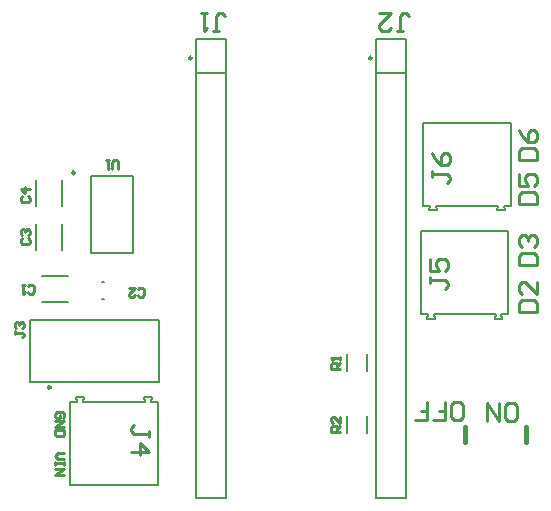
<source format=gto>
G04*
G04 #@! TF.GenerationSoftware,Altium Limited,Altium Designer,25.6.2 (33)*
G04*
G04 Layer_Color=65535*
%FSLAX44Y44*%
%MOMM*%
G71*
G04*
G04 #@! TF.SameCoordinates,E10141E4-A060-4BB7-8850-C9F2C3C4F881*
G04*
G04*
G04 #@! TF.FilePolarity,Positive*
G04*
G01*
G75*
%ADD10C,0.2500*%
%ADD11C,0.2000*%
%ADD12C,0.4000*%
%ADD13C,0.2540*%
D10*
X1204220Y999490D02*
G03*
X1204220Y999490I-1250J0D01*
G01*
X1051820D02*
G03*
X1051820Y999490I-1250J0D01*
G01*
X932360Y720840D02*
G03*
X932360Y720840I-1250J0D01*
G01*
X952550Y902410D02*
G03*
X952550Y902410I-1250J0D01*
G01*
D11*
X1233170Y627390D02*
Y1015990D01*
X1207770Y627390D02*
X1233170D01*
X1207770D02*
Y1015990D01*
X1233170D01*
X1207770Y986790D02*
X1233170D01*
X1080770Y627390D02*
Y1015990D01*
X1055370Y627390D02*
X1080770D01*
X1055370D02*
Y1015990D01*
X1080770D01*
X1055370Y986790D02*
X1080770D01*
X1247780Y874600D02*
Y944600D01*
X1321780Y874600D02*
Y944600D01*
X1247780D02*
X1321780D01*
X1310230Y870600D02*
X1316730D01*
X1315980Y874600D02*
X1316730Y870600D01*
X1310230D02*
X1310980Y874600D01*
X1315980D02*
X1321780D01*
X1258580D02*
X1259330Y870600D01*
X1252830D02*
X1253580Y874600D01*
X1252830Y870600D02*
X1259330D01*
X1247780Y874600D02*
X1253580D01*
X1258580D02*
X1310980D01*
X1022980Y638380D02*
Y708380D01*
X948980Y638380D02*
Y708380D01*
Y638380D02*
X1022980D01*
X954030Y712380D02*
X960530D01*
X954030D02*
X954780Y708380D01*
X959780D02*
X960530Y712380D01*
X948980Y708380D02*
X954780D01*
X1011430Y712380D02*
X1012180Y708380D01*
X1017180D02*
X1017930Y712380D01*
X1011430D02*
X1017930D01*
X1017180Y708380D02*
X1022980D01*
X959780D02*
X1012180D01*
X914460Y725690D02*
Y777990D01*
Y725690D02*
X1023560D01*
Y777990D01*
X914460D02*
X1023560D01*
X1245700Y782880D02*
Y852880D01*
X1319700Y782880D02*
Y852880D01*
X1245700D02*
X1319700D01*
X1308150Y778880D02*
X1314650D01*
X1313900Y782880D02*
X1314650Y778880D01*
X1308150D02*
X1308900Y782880D01*
X1313900D02*
X1319700D01*
X1256500D02*
X1257250Y778880D01*
X1250750D02*
X1251500Y782880D01*
X1250750Y778880D02*
X1257250D01*
X1245700Y782880D02*
X1251500D01*
X1256500D02*
X1308900D01*
X1199760Y734430D02*
Y748930D01*
X1182760Y734430D02*
Y748930D01*
Y682360D02*
Y696860D01*
X1199760Y682360D02*
Y696860D01*
X975880Y795390D02*
X977380D01*
X975880Y809890D02*
X977380D01*
X966725Y899935D02*
X1001775D01*
Y834885D02*
Y899935D01*
X966725Y834885D02*
X1001775D01*
X966725D02*
Y899935D01*
X924990Y793160D02*
X946990D01*
X925043Y814737D02*
X947043D01*
X941660Y874190D02*
Y896190D01*
X920083Y874243D02*
Y896243D01*
X941660Y837360D02*
Y859360D01*
X920083Y837413D02*
Y859413D01*
D12*
X1282610Y674470D02*
Y686970D01*
X1334680Y674470D02*
Y686970D01*
D13*
X1319532Y692155D02*
X1324611D01*
X1327150Y694694D01*
Y704851D01*
X1324611Y707390D01*
X1319532D01*
X1316993Y704851D01*
Y694694D01*
X1319532Y692155D01*
X1311915Y707390D02*
Y692155D01*
X1301758Y707390D01*
Y692155D01*
X1273812Y693425D02*
X1278891D01*
X1281430Y695964D01*
Y706121D01*
X1278891Y708660D01*
X1273812D01*
X1271273Y706121D01*
Y695964D01*
X1273812Y693425D01*
X1256038D02*
X1266195D01*
Y701042D01*
X1261117D01*
X1266195D01*
Y708660D01*
X1240803Y693425D02*
X1250960D01*
Y701042D01*
X1245882D01*
X1250960D01*
Y708660D01*
X1225549Y1022352D02*
X1230628D01*
X1228088D01*
Y1035048D01*
X1230628Y1037588D01*
X1233167D01*
X1235706Y1035048D01*
X1210314Y1037588D02*
X1220471D01*
X1210314Y1027431D01*
Y1024892D01*
X1212853Y1022352D01*
X1217932D01*
X1220471Y1024892D01*
X1069340Y1022352D02*
X1074418D01*
X1071879D01*
Y1035048D01*
X1074418Y1037588D01*
X1076957D01*
X1079497Y1035048D01*
X1064262Y1037588D02*
X1059183D01*
X1061722D01*
Y1022352D01*
X1064262Y1024892D01*
X942338Y694692D02*
X943607Y695961D01*
Y698500D01*
X942338Y699770D01*
X937260D01*
X935990Y698500D01*
Y695961D01*
X937260Y694692D01*
X939799D01*
Y697231D01*
X935990Y692152D02*
X943607D01*
X935990Y687074D01*
X943607D01*
Y684535D02*
X935990D01*
Y680726D01*
X937260Y679457D01*
X942338D01*
X943607Y680726D01*
Y684535D01*
Y665480D02*
X938529D01*
X935990Y662941D01*
X938529Y660402D01*
X943607D01*
Y657862D02*
Y655323D01*
Y656593D01*
X935990D01*
Y657862D01*
Y655323D01*
Y651515D02*
X943607D01*
X935990Y646436D01*
X943607D01*
X1328425Y913130D02*
X1343660D01*
Y920748D01*
X1341121Y923287D01*
X1330964D01*
X1328425Y920748D01*
Y913130D01*
Y938522D02*
X1330964Y933443D01*
X1336042Y928365D01*
X1341121D01*
X1343660Y930904D01*
Y935983D01*
X1341121Y938522D01*
X1338582D01*
X1336042Y935983D01*
Y928365D01*
X1328425Y876300D02*
X1343660D01*
Y883917D01*
X1341121Y886457D01*
X1330964D01*
X1328425Y883917D01*
Y876300D01*
Y901692D02*
Y891535D01*
X1336042D01*
X1333503Y896613D01*
Y899153D01*
X1336042Y901692D01*
X1341121D01*
X1343660Y899153D01*
Y894074D01*
X1341121Y891535D01*
X1254762Y904241D02*
Y899163D01*
Y901702D01*
X1267458D01*
X1269997Y899163D01*
Y896623D01*
X1267458Y894084D01*
X1254762Y919476D02*
X1257302Y914398D01*
X1262380Y909319D01*
X1267458D01*
X1269997Y911858D01*
Y916937D01*
X1267458Y919476D01*
X1264919D01*
X1262380Y916937D01*
Y909319D01*
X1015188Y678459D02*
Y683538D01*
Y680998D01*
X1002492D01*
X999952Y683538D01*
Y686077D01*
X1002492Y688616D01*
X999952Y665763D02*
X1015188D01*
X1007570Y673381D01*
Y663224D01*
X901701Y768350D02*
Y765811D01*
Y767081D01*
X908049D01*
X909319Y765811D01*
Y764542D01*
X908049Y763272D01*
X902971Y770890D02*
X901701Y772159D01*
Y774698D01*
X902971Y775968D01*
X904240D01*
X905510Y774698D01*
Y773429D01*
Y774698D01*
X906780Y775968D01*
X908049D01*
X909319Y774698D01*
Y772159D01*
X908049Y770890D01*
X1328425Y824230D02*
X1343660D01*
Y831848D01*
X1341121Y834387D01*
X1330964D01*
X1328425Y831848D01*
Y824230D01*
X1330964Y839465D02*
X1328425Y842004D01*
Y847083D01*
X1330964Y849622D01*
X1333503D01*
X1336042Y847083D01*
Y844543D01*
Y847083D01*
X1338582Y849622D01*
X1341121D01*
X1343660Y847083D01*
Y842004D01*
X1341121Y839465D01*
X1328425Y784860D02*
X1343660D01*
Y792477D01*
X1341121Y795017D01*
X1330964D01*
X1328425Y792477D01*
Y784860D01*
X1343660Y810252D02*
Y800095D01*
X1333503Y810252D01*
X1330964D01*
X1328425Y807713D01*
Y802634D01*
X1330964Y800095D01*
X1253493Y814071D02*
Y808992D01*
Y811532D01*
X1266188D01*
X1268727Y808992D01*
Y806453D01*
X1266188Y803914D01*
X1253493Y829306D02*
Y819149D01*
X1261110D01*
X1258571Y824228D01*
Y826767D01*
X1261110Y829306D01*
X1266188D01*
X1268727Y826767D01*
Y821688D01*
X1266188Y819149D01*
X1177289Y736602D02*
X1169671D01*
Y740410D01*
X1170941Y741680D01*
X1173480D01*
X1174750Y740410D01*
Y736602D01*
Y739141D02*
X1177289Y741680D01*
Y744219D02*
Y746758D01*
Y745489D01*
X1169671D01*
X1170941Y744219D01*
X1177289Y683262D02*
X1169671D01*
Y687071D01*
X1170941Y688340D01*
X1173480D01*
X1174750Y687071D01*
Y683262D01*
Y685801D02*
X1177289Y688340D01*
Y695958D02*
Y690880D01*
X1172210Y695958D01*
X1170941D01*
X1169671Y694688D01*
Y692149D01*
X1170941Y690880D01*
X1005839Y798831D02*
X1007109Y797561D01*
X1009648D01*
X1010918Y798831D01*
Y803909D01*
X1009648Y805179D01*
X1007109D01*
X1005839Y803909D01*
X998222Y805179D02*
X1003300D01*
X998222Y800100D01*
Y798831D01*
X999492Y797561D01*
X1002031D01*
X1003300Y798831D01*
X989328Y905511D02*
Y911859D01*
X988059Y913129D01*
X985520D01*
X984250Y911859D01*
Y905511D01*
X981711Y913129D02*
X979172D01*
X980441D01*
Y905511D01*
X981711Y906781D01*
X913010Y801371D02*
X914280Y800101D01*
X916819D01*
X918088Y801371D01*
Y806449D01*
X916819Y807719D01*
X914280D01*
X913010Y806449D01*
X910471Y807719D02*
X907932D01*
X909201D01*
Y800101D01*
X910471Y801371D01*
X908051Y882650D02*
X906781Y881381D01*
Y878842D01*
X908051Y877572D01*
X913129D01*
X914399Y878842D01*
Y881381D01*
X913129Y882650D01*
X914399Y888998D02*
X906781D01*
X910590Y885190D01*
Y890268D01*
X908051Y847090D02*
X906781Y845821D01*
Y843282D01*
X908051Y842012D01*
X913129D01*
X914399Y843282D01*
Y845821D01*
X913129Y847090D01*
X908051Y849630D02*
X906781Y850899D01*
Y853438D01*
X908051Y854708D01*
X909320D01*
X910590Y853438D01*
Y852169D01*
Y853438D01*
X911860Y854708D01*
X913129D01*
X914399Y853438D01*
Y850899D01*
X913129Y849630D01*
M02*

</source>
